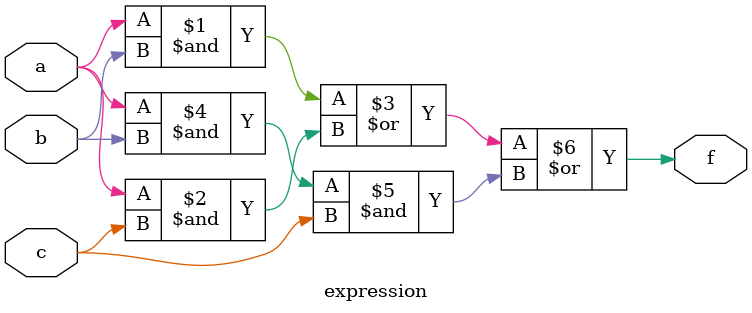
<source format=v>
module expression(a,b,c,f);
    input a,b,c;
    output f;
    assign f = (a&b) | (a&c) | (a&b&c);
endmodule
</source>
